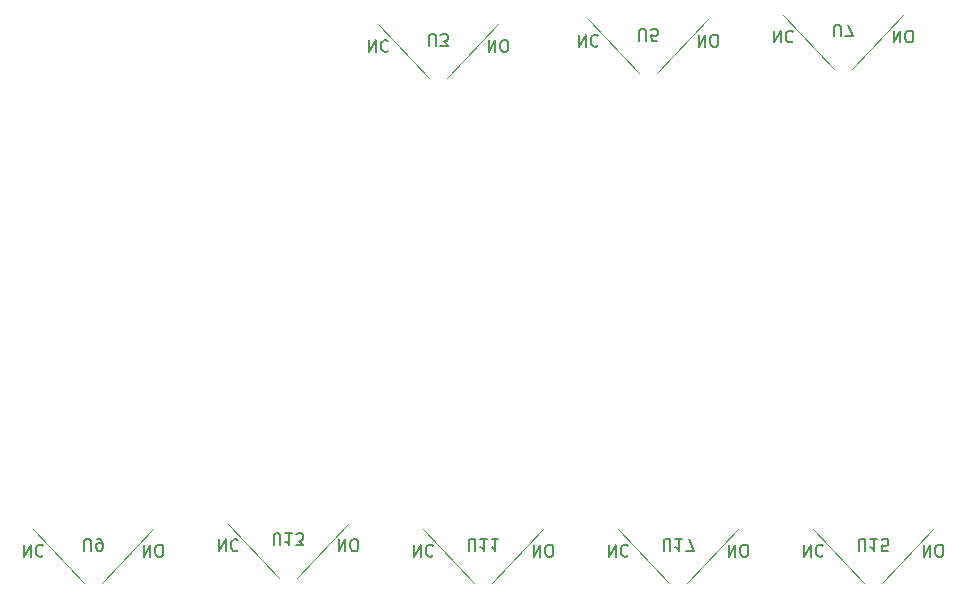
<source format=gbr>
%TF.GenerationSoftware,KiCad,Pcbnew,(6.0.7)*%
%TF.CreationDate,2022-09-04T22:45:54+08:00*%
%TF.ProjectId,6_6_2,365f365f-322e-46b6-9963-61645f706362,rev?*%
%TF.SameCoordinates,Original*%
%TF.FileFunction,Legend,Bot*%
%TF.FilePolarity,Positive*%
%FSLAX46Y46*%
G04 Gerber Fmt 4.6, Leading zero omitted, Abs format (unit mm)*
G04 Created by KiCad (PCBNEW (6.0.7)) date 2022-09-04 22:45:54*
%MOMM*%
%LPD*%
G01*
G04 APERTURE LIST*
%ADD10C,0.150000*%
%ADD11C,0.120000*%
G04 APERTURE END LIST*
D10*
%TO.C,U17*%
X74961904Y-98179619D02*
X74961904Y-97370095D01*
X75009523Y-97274857D01*
X75057142Y-97227238D01*
X75152380Y-97179619D01*
X75342857Y-97179619D01*
X75438095Y-97227238D01*
X75485714Y-97274857D01*
X75533333Y-97370095D01*
X75533333Y-98179619D01*
X76533333Y-97179619D02*
X75961904Y-97179619D01*
X76247619Y-97179619D02*
X76247619Y-98179619D01*
X76152380Y-98036761D01*
X76057142Y-97941523D01*
X75961904Y-97893904D01*
X76866666Y-98179619D02*
X77533333Y-98179619D01*
X77104761Y-97179619D01*
X80470476Y-97687619D02*
X80470476Y-98687619D01*
X81041904Y-97687619D01*
X81041904Y-98687619D01*
X81708571Y-98687619D02*
X81899047Y-98687619D01*
X81994285Y-98640000D01*
X82089523Y-98544761D01*
X82137142Y-98354285D01*
X82137142Y-98020952D01*
X82089523Y-97830476D01*
X81994285Y-97735238D01*
X81899047Y-97687619D01*
X81708571Y-97687619D01*
X81613333Y-97735238D01*
X81518095Y-97830476D01*
X81470476Y-98020952D01*
X81470476Y-98354285D01*
X81518095Y-98544761D01*
X81613333Y-98640000D01*
X81708571Y-98687619D01*
X70334285Y-97687619D02*
X70334285Y-98687619D01*
X70905714Y-97687619D01*
X70905714Y-98687619D01*
X71953333Y-97782857D02*
X71905714Y-97735238D01*
X71762857Y-97687619D01*
X71667619Y-97687619D01*
X71524761Y-97735238D01*
X71429523Y-97830476D01*
X71381904Y-97925714D01*
X71334285Y-98116190D01*
X71334285Y-98259047D01*
X71381904Y-98449523D01*
X71429523Y-98544761D01*
X71524761Y-98640000D01*
X71667619Y-98687619D01*
X71762857Y-98687619D01*
X71905714Y-98640000D01*
X71953333Y-98592380D01*
%TO.C,U15*%
X91471904Y-98179619D02*
X91471904Y-97370095D01*
X91519523Y-97274857D01*
X91567142Y-97227238D01*
X91662380Y-97179619D01*
X91852857Y-97179619D01*
X91948095Y-97227238D01*
X91995714Y-97274857D01*
X92043333Y-97370095D01*
X92043333Y-98179619D01*
X93043333Y-97179619D02*
X92471904Y-97179619D01*
X92757619Y-97179619D02*
X92757619Y-98179619D01*
X92662380Y-98036761D01*
X92567142Y-97941523D01*
X92471904Y-97893904D01*
X93948095Y-98179619D02*
X93471904Y-98179619D01*
X93424285Y-97703428D01*
X93471904Y-97751047D01*
X93567142Y-97798666D01*
X93805238Y-97798666D01*
X93900476Y-97751047D01*
X93948095Y-97703428D01*
X93995714Y-97608190D01*
X93995714Y-97370095D01*
X93948095Y-97274857D01*
X93900476Y-97227238D01*
X93805238Y-97179619D01*
X93567142Y-97179619D01*
X93471904Y-97227238D01*
X93424285Y-97274857D01*
X96980476Y-97687619D02*
X96980476Y-98687619D01*
X97551904Y-97687619D01*
X97551904Y-98687619D01*
X98218571Y-98687619D02*
X98409047Y-98687619D01*
X98504285Y-98640000D01*
X98599523Y-98544761D01*
X98647142Y-98354285D01*
X98647142Y-98020952D01*
X98599523Y-97830476D01*
X98504285Y-97735238D01*
X98409047Y-97687619D01*
X98218571Y-97687619D01*
X98123333Y-97735238D01*
X98028095Y-97830476D01*
X97980476Y-98020952D01*
X97980476Y-98354285D01*
X98028095Y-98544761D01*
X98123333Y-98640000D01*
X98218571Y-98687619D01*
X86844285Y-97687619D02*
X86844285Y-98687619D01*
X87415714Y-97687619D01*
X87415714Y-98687619D01*
X88463333Y-97782857D02*
X88415714Y-97735238D01*
X88272857Y-97687619D01*
X88177619Y-97687619D01*
X88034761Y-97735238D01*
X87939523Y-97830476D01*
X87891904Y-97925714D01*
X87844285Y-98116190D01*
X87844285Y-98259047D01*
X87891904Y-98449523D01*
X87939523Y-98544761D01*
X88034761Y-98640000D01*
X88177619Y-98687619D01*
X88272857Y-98687619D01*
X88415714Y-98640000D01*
X88463333Y-98592380D01*
%TO.C,U13*%
X41941904Y-97719619D02*
X41941904Y-96910095D01*
X41989523Y-96814857D01*
X42037142Y-96767238D01*
X42132380Y-96719619D01*
X42322857Y-96719619D01*
X42418095Y-96767238D01*
X42465714Y-96814857D01*
X42513333Y-96910095D01*
X42513333Y-97719619D01*
X43513333Y-96719619D02*
X42941904Y-96719619D01*
X43227619Y-96719619D02*
X43227619Y-97719619D01*
X43132380Y-97576761D01*
X43037142Y-97481523D01*
X42941904Y-97433904D01*
X43846666Y-97719619D02*
X44465714Y-97719619D01*
X44132380Y-97338666D01*
X44275238Y-97338666D01*
X44370476Y-97291047D01*
X44418095Y-97243428D01*
X44465714Y-97148190D01*
X44465714Y-96910095D01*
X44418095Y-96814857D01*
X44370476Y-96767238D01*
X44275238Y-96719619D01*
X43989523Y-96719619D01*
X43894285Y-96767238D01*
X43846666Y-96814857D01*
X47450476Y-97227619D02*
X47450476Y-98227619D01*
X48021904Y-97227619D01*
X48021904Y-98227619D01*
X48688571Y-98227619D02*
X48879047Y-98227619D01*
X48974285Y-98180000D01*
X49069523Y-98084761D01*
X49117142Y-97894285D01*
X49117142Y-97560952D01*
X49069523Y-97370476D01*
X48974285Y-97275238D01*
X48879047Y-97227619D01*
X48688571Y-97227619D01*
X48593333Y-97275238D01*
X48498095Y-97370476D01*
X48450476Y-97560952D01*
X48450476Y-97894285D01*
X48498095Y-98084761D01*
X48593333Y-98180000D01*
X48688571Y-98227619D01*
X37314285Y-97227619D02*
X37314285Y-98227619D01*
X37885714Y-97227619D01*
X37885714Y-98227619D01*
X38933333Y-97322857D02*
X38885714Y-97275238D01*
X38742857Y-97227619D01*
X38647619Y-97227619D01*
X38504761Y-97275238D01*
X38409523Y-97370476D01*
X38361904Y-97465714D01*
X38314285Y-97656190D01*
X38314285Y-97799047D01*
X38361904Y-97989523D01*
X38409523Y-98084761D01*
X38504761Y-98180000D01*
X38647619Y-98227619D01*
X38742857Y-98227619D01*
X38885714Y-98180000D01*
X38933333Y-98132380D01*
%TO.C,U11*%
X58451904Y-98179619D02*
X58451904Y-97370095D01*
X58499523Y-97274857D01*
X58547142Y-97227238D01*
X58642380Y-97179619D01*
X58832857Y-97179619D01*
X58928095Y-97227238D01*
X58975714Y-97274857D01*
X59023333Y-97370095D01*
X59023333Y-98179619D01*
X60023333Y-97179619D02*
X59451904Y-97179619D01*
X59737619Y-97179619D02*
X59737619Y-98179619D01*
X59642380Y-98036761D01*
X59547142Y-97941523D01*
X59451904Y-97893904D01*
X60975714Y-97179619D02*
X60404285Y-97179619D01*
X60690000Y-97179619D02*
X60690000Y-98179619D01*
X60594761Y-98036761D01*
X60499523Y-97941523D01*
X60404285Y-97893904D01*
X63960476Y-97687619D02*
X63960476Y-98687619D01*
X64531904Y-97687619D01*
X64531904Y-98687619D01*
X65198571Y-98687619D02*
X65389047Y-98687619D01*
X65484285Y-98640000D01*
X65579523Y-98544761D01*
X65627142Y-98354285D01*
X65627142Y-98020952D01*
X65579523Y-97830476D01*
X65484285Y-97735238D01*
X65389047Y-97687619D01*
X65198571Y-97687619D01*
X65103333Y-97735238D01*
X65008095Y-97830476D01*
X64960476Y-98020952D01*
X64960476Y-98354285D01*
X65008095Y-98544761D01*
X65103333Y-98640000D01*
X65198571Y-98687619D01*
X53824285Y-97687619D02*
X53824285Y-98687619D01*
X54395714Y-97687619D01*
X54395714Y-98687619D01*
X55443333Y-97782857D02*
X55395714Y-97735238D01*
X55252857Y-97687619D01*
X55157619Y-97687619D01*
X55014761Y-97735238D01*
X54919523Y-97830476D01*
X54871904Y-97925714D01*
X54824285Y-98116190D01*
X54824285Y-98259047D01*
X54871904Y-98449523D01*
X54919523Y-98544761D01*
X55014761Y-98640000D01*
X55157619Y-98687619D01*
X55252857Y-98687619D01*
X55395714Y-98640000D01*
X55443333Y-98592380D01*
%TO.C,U9*%
X25908095Y-98179619D02*
X25908095Y-97370095D01*
X25955714Y-97274857D01*
X26003333Y-97227238D01*
X26098571Y-97179619D01*
X26289047Y-97179619D01*
X26384285Y-97227238D01*
X26431904Y-97274857D01*
X26479523Y-97370095D01*
X26479523Y-98179619D01*
X27003333Y-97179619D02*
X27193809Y-97179619D01*
X27289047Y-97227238D01*
X27336666Y-97274857D01*
X27431904Y-97417714D01*
X27479523Y-97608190D01*
X27479523Y-97989142D01*
X27431904Y-98084380D01*
X27384285Y-98132000D01*
X27289047Y-98179619D01*
X27098571Y-98179619D01*
X27003333Y-98132000D01*
X26955714Y-98084380D01*
X26908095Y-97989142D01*
X26908095Y-97751047D01*
X26955714Y-97655809D01*
X27003333Y-97608190D01*
X27098571Y-97560571D01*
X27289047Y-97560571D01*
X27384285Y-97608190D01*
X27431904Y-97655809D01*
X27479523Y-97751047D01*
X30940476Y-97687619D02*
X30940476Y-98687619D01*
X31511904Y-97687619D01*
X31511904Y-98687619D01*
X32178571Y-98687619D02*
X32369047Y-98687619D01*
X32464285Y-98640000D01*
X32559523Y-98544761D01*
X32607142Y-98354285D01*
X32607142Y-98020952D01*
X32559523Y-97830476D01*
X32464285Y-97735238D01*
X32369047Y-97687619D01*
X32178571Y-97687619D01*
X32083333Y-97735238D01*
X31988095Y-97830476D01*
X31940476Y-98020952D01*
X31940476Y-98354285D01*
X31988095Y-98544761D01*
X32083333Y-98640000D01*
X32178571Y-98687619D01*
X20804285Y-97687619D02*
X20804285Y-98687619D01*
X21375714Y-97687619D01*
X21375714Y-98687619D01*
X22423333Y-97782857D02*
X22375714Y-97735238D01*
X22232857Y-97687619D01*
X22137619Y-97687619D01*
X21994761Y-97735238D01*
X21899523Y-97830476D01*
X21851904Y-97925714D01*
X21804285Y-98116190D01*
X21804285Y-98259047D01*
X21851904Y-98449523D01*
X21899523Y-98544761D01*
X21994761Y-98640000D01*
X22137619Y-98687619D01*
X22232857Y-98687619D01*
X22375714Y-98640000D01*
X22423333Y-98592380D01*
%TO.C,U7*%
X89408095Y-54649619D02*
X89408095Y-53840095D01*
X89455714Y-53744857D01*
X89503333Y-53697238D01*
X89598571Y-53649619D01*
X89789047Y-53649619D01*
X89884285Y-53697238D01*
X89931904Y-53744857D01*
X89979523Y-53840095D01*
X89979523Y-54649619D01*
X90360476Y-54649619D02*
X91027142Y-54649619D01*
X90598571Y-53649619D01*
X84304285Y-54157619D02*
X84304285Y-55157619D01*
X84875714Y-54157619D01*
X84875714Y-55157619D01*
X85923333Y-54252857D02*
X85875714Y-54205238D01*
X85732857Y-54157619D01*
X85637619Y-54157619D01*
X85494761Y-54205238D01*
X85399523Y-54300476D01*
X85351904Y-54395714D01*
X85304285Y-54586190D01*
X85304285Y-54729047D01*
X85351904Y-54919523D01*
X85399523Y-55014761D01*
X85494761Y-55110000D01*
X85637619Y-55157619D01*
X85732857Y-55157619D01*
X85875714Y-55110000D01*
X85923333Y-55062380D01*
X94440476Y-54157619D02*
X94440476Y-55157619D01*
X95011904Y-54157619D01*
X95011904Y-55157619D01*
X95678571Y-55157619D02*
X95869047Y-55157619D01*
X95964285Y-55110000D01*
X96059523Y-55014761D01*
X96107142Y-54824285D01*
X96107142Y-54490952D01*
X96059523Y-54300476D01*
X95964285Y-54205238D01*
X95869047Y-54157619D01*
X95678571Y-54157619D01*
X95583333Y-54205238D01*
X95488095Y-54300476D01*
X95440476Y-54490952D01*
X95440476Y-54824285D01*
X95488095Y-55014761D01*
X95583333Y-55110000D01*
X95678571Y-55157619D01*
%TO.C,U5*%
X72898095Y-54999619D02*
X72898095Y-54190095D01*
X72945714Y-54094857D01*
X72993333Y-54047238D01*
X73088571Y-53999619D01*
X73279047Y-53999619D01*
X73374285Y-54047238D01*
X73421904Y-54094857D01*
X73469523Y-54190095D01*
X73469523Y-54999619D01*
X74421904Y-54999619D02*
X73945714Y-54999619D01*
X73898095Y-54523428D01*
X73945714Y-54571047D01*
X74040952Y-54618666D01*
X74279047Y-54618666D01*
X74374285Y-54571047D01*
X74421904Y-54523428D01*
X74469523Y-54428190D01*
X74469523Y-54190095D01*
X74421904Y-54094857D01*
X74374285Y-54047238D01*
X74279047Y-53999619D01*
X74040952Y-53999619D01*
X73945714Y-54047238D01*
X73898095Y-54094857D01*
X67794285Y-54507619D02*
X67794285Y-55507619D01*
X68365714Y-54507619D01*
X68365714Y-55507619D01*
X69413333Y-54602857D02*
X69365714Y-54555238D01*
X69222857Y-54507619D01*
X69127619Y-54507619D01*
X68984761Y-54555238D01*
X68889523Y-54650476D01*
X68841904Y-54745714D01*
X68794285Y-54936190D01*
X68794285Y-55079047D01*
X68841904Y-55269523D01*
X68889523Y-55364761D01*
X68984761Y-55460000D01*
X69127619Y-55507619D01*
X69222857Y-55507619D01*
X69365714Y-55460000D01*
X69413333Y-55412380D01*
X77930476Y-54507619D02*
X77930476Y-55507619D01*
X78501904Y-54507619D01*
X78501904Y-55507619D01*
X79168571Y-55507619D02*
X79359047Y-55507619D01*
X79454285Y-55460000D01*
X79549523Y-55364761D01*
X79597142Y-55174285D01*
X79597142Y-54840952D01*
X79549523Y-54650476D01*
X79454285Y-54555238D01*
X79359047Y-54507619D01*
X79168571Y-54507619D01*
X79073333Y-54555238D01*
X78978095Y-54650476D01*
X78930476Y-54840952D01*
X78930476Y-55174285D01*
X78978095Y-55364761D01*
X79073333Y-55460000D01*
X79168571Y-55507619D01*
%TO.C,U3*%
X55118095Y-55459619D02*
X55118095Y-54650095D01*
X55165714Y-54554857D01*
X55213333Y-54507238D01*
X55308571Y-54459619D01*
X55499047Y-54459619D01*
X55594285Y-54507238D01*
X55641904Y-54554857D01*
X55689523Y-54650095D01*
X55689523Y-55459619D01*
X56070476Y-55459619D02*
X56689523Y-55459619D01*
X56356190Y-55078666D01*
X56499047Y-55078666D01*
X56594285Y-55031047D01*
X56641904Y-54983428D01*
X56689523Y-54888190D01*
X56689523Y-54650095D01*
X56641904Y-54554857D01*
X56594285Y-54507238D01*
X56499047Y-54459619D01*
X56213333Y-54459619D01*
X56118095Y-54507238D01*
X56070476Y-54554857D01*
X50014285Y-54967619D02*
X50014285Y-55967619D01*
X50585714Y-54967619D01*
X50585714Y-55967619D01*
X51633333Y-55062857D02*
X51585714Y-55015238D01*
X51442857Y-54967619D01*
X51347619Y-54967619D01*
X51204761Y-55015238D01*
X51109523Y-55110476D01*
X51061904Y-55205714D01*
X51014285Y-55396190D01*
X51014285Y-55539047D01*
X51061904Y-55729523D01*
X51109523Y-55824761D01*
X51204761Y-55920000D01*
X51347619Y-55967619D01*
X51442857Y-55967619D01*
X51585714Y-55920000D01*
X51633333Y-55872380D01*
X60150476Y-54967619D02*
X60150476Y-55967619D01*
X60721904Y-54967619D01*
X60721904Y-55967619D01*
X61388571Y-55967619D02*
X61579047Y-55967619D01*
X61674285Y-55920000D01*
X61769523Y-55824761D01*
X61817142Y-55634285D01*
X61817142Y-55300952D01*
X61769523Y-55110476D01*
X61674285Y-55015238D01*
X61579047Y-54967619D01*
X61388571Y-54967619D01*
X61293333Y-55015238D01*
X61198095Y-55110476D01*
X61150476Y-55300952D01*
X61150476Y-55634285D01*
X61198095Y-55824761D01*
X61293333Y-55920000D01*
X61388571Y-55967619D01*
D11*
%TO.C,U17*%
X75438000Y-100934000D02*
X71120000Y-96362000D01*
X76962000Y-100934000D02*
X81280000Y-96362000D01*
%TO.C,U15*%
X91948000Y-100934000D02*
X87630000Y-96362000D01*
X93472000Y-100934000D02*
X97790000Y-96362000D01*
%TO.C,U13*%
X42418000Y-100474000D02*
X38100000Y-95902000D01*
X43942000Y-100474000D02*
X48260000Y-95902000D01*
%TO.C,U11*%
X58928000Y-100934000D02*
X54610000Y-96362000D01*
X60452000Y-100934000D02*
X64770000Y-96362000D01*
%TO.C,U9*%
X25908000Y-100934000D02*
X21590000Y-96362000D01*
X27432000Y-100934000D02*
X31750000Y-96362000D01*
%TO.C,U7*%
X90932000Y-57404000D02*
X95250000Y-52832000D01*
X89408000Y-57404000D02*
X85090000Y-52832000D01*
%TO.C,U5*%
X74422000Y-57754000D02*
X78740000Y-53182000D01*
X72898000Y-57754000D02*
X68580000Y-53182000D01*
%TO.C,U3*%
X56642000Y-58214000D02*
X60960000Y-53642000D01*
X55118000Y-58214000D02*
X50800000Y-53642000D01*
%TD*%
M02*

</source>
